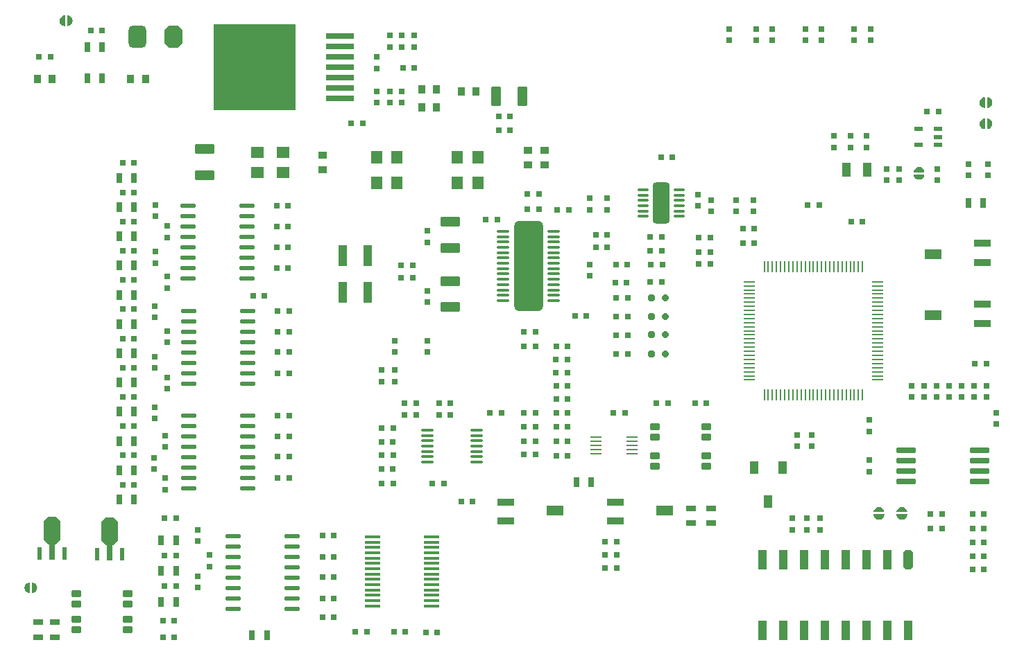
<source format=gtp>
G04*
G04 #@! TF.GenerationSoftware,Altium Limited,Altium Designer,21.6.1 (37)*
G04*
G04 Layer_Color=8421504*
%FSLAX44Y44*%
%MOMM*%
G71*
G04*
G04 #@! TF.SameCoordinates,3233E1FD-44FA-4E4D-806F-7065AC5E4394*
G04*
G04*
G04 #@! TF.FilePolarity,Positive*
G04*
G01*
G75*
%ADD20C,0.2000*%
%ADD21O,1.4500X0.2500*%
%ADD22O,0.2500X1.4500*%
G04:AMPARAMS|DCode=23|XSize=0.75mm|YSize=0.75mm|CornerRadius=0.075mm|HoleSize=0mm|Usage=FLASHONLY|Rotation=270.000|XOffset=0mm|YOffset=0mm|HoleType=Round|Shape=RoundedRectangle|*
%AMROUNDEDRECTD23*
21,1,0.7500,0.6000,0,0,270.0*
21,1,0.6000,0.7500,0,0,270.0*
1,1,0.1500,-0.3000,-0.3000*
1,1,0.1500,-0.3000,0.3000*
1,1,0.1500,0.3000,0.3000*
1,1,0.1500,0.3000,-0.3000*
%
%ADD23ROUNDEDRECTD23*%
G04:AMPARAMS|DCode=24|XSize=0.75mm|YSize=0.75mm|CornerRadius=0.075mm|HoleSize=0mm|Usage=FLASHONLY|Rotation=0.000|XOffset=0mm|YOffset=0mm|HoleType=Round|Shape=RoundedRectangle|*
%AMROUNDEDRECTD24*
21,1,0.7500,0.6000,0,0,0.0*
21,1,0.6000,0.7500,0,0,0.0*
1,1,0.1500,0.3000,-0.3000*
1,1,0.1500,-0.3000,-0.3000*
1,1,0.1500,-0.3000,0.3000*
1,1,0.1500,0.3000,0.3000*
%
%ADD24ROUNDEDRECTD24*%
%ADD25R,1.0000X2.5000*%
G04:AMPARAMS|DCode=26|XSize=1.1mm|YSize=0.8mm|CornerRadius=0.08mm|HoleSize=0mm|Usage=FLASHONLY|Rotation=270.000|XOffset=0mm|YOffset=0mm|HoleType=Round|Shape=RoundedRectangle|*
%AMROUNDEDRECTD26*
21,1,1.1000,0.6400,0,0,270.0*
21,1,0.9400,0.8000,0,0,270.0*
1,1,0.1600,-0.3200,-0.4700*
1,1,0.1600,-0.3200,0.4700*
1,1,0.1600,0.3200,0.4700*
1,1,0.1600,0.3200,-0.4700*
%
%ADD26ROUNDEDRECTD26*%
%ADD27R,0.7500X0.8000*%
%ADD28R,0.8000X1.2000*%
%ADD29R,1.1300X2.4400*%
G04:AMPARAMS|DCode=30|XSize=2.44mm|YSize=1.13mm|CornerRadius=0mm|HoleSize=0mm|Usage=FLASHONLY|Rotation=270.000|XOffset=0mm|YOffset=0mm|HoleType=Round|Shape=Octagon|*
%AMOCTAGOND30*
4,1,8,-0.2825,-1.2200,0.2825,-1.2200,0.5650,-0.9375,0.5650,0.9375,0.2825,1.2200,-0.2825,1.2200,-0.5650,0.9375,-0.5650,-0.9375,-0.2825,-1.2200,0.0*
%
%ADD30OCTAGOND30*%

%ADD31R,0.8000X0.7500*%
G04:AMPARAMS|DCode=32|XSize=1.2mm|YSize=2.3mm|CornerRadius=0.12mm|HoleSize=0mm|Usage=FLASHONLY|Rotation=270.000|XOffset=0mm|YOffset=0mm|HoleType=Round|Shape=RoundedRectangle|*
%AMROUNDEDRECTD32*
21,1,1.2000,2.0600,0,0,270.0*
21,1,0.9600,2.3000,0,0,270.0*
1,1,0.2400,-1.0300,-0.4800*
1,1,0.2400,-1.0300,0.4800*
1,1,0.2400,1.0300,0.4800*
1,1,0.2400,1.0300,-0.4800*
%
%ADD32ROUNDEDRECTD32*%
G04:AMPARAMS|DCode=33|XSize=2.159mm|YSize=2.743mm|CornerRadius=0.5397mm|HoleSize=0mm|Usage=FLASHONLY|Rotation=180.000|XOffset=0mm|YOffset=0mm|HoleType=Round|Shape=RoundedRectangle|*
%AMROUNDEDRECTD33*
21,1,2.1590,1.6635,0,0,180.0*
21,1,1.0795,2.7430,0,0,180.0*
1,1,1.0795,-0.5397,0.8317*
1,1,1.0795,0.5397,0.8317*
1,1,1.0795,0.5397,-0.8317*
1,1,1.0795,-0.5397,-0.8317*
%
%ADD33ROUNDEDRECTD33*%
G04:AMPARAMS|DCode=34|XSize=2.159mm|YSize=2.743mm|CornerRadius=0mm|HoleSize=0mm|Usage=FLASHONLY|Rotation=180.000|XOffset=0mm|YOffset=0mm|HoleType=Round|Shape=Octagon|*
%AMOCTAGOND34*
4,1,8,0.5397,-1.3715,-0.5397,-1.3715,-1.0795,-0.8317,-1.0795,0.8317,-0.5397,1.3715,0.5397,1.3715,1.0795,0.8317,1.0795,-0.8317,0.5397,-1.3715,0.0*
%
%ADD34OCTAGOND34*%

G04:AMPARAMS|DCode=35|XSize=1.1mm|YSize=0.8mm|CornerRadius=0.08mm|HoleSize=0mm|Usage=FLASHONLY|Rotation=180.000|XOffset=0mm|YOffset=0mm|HoleType=Round|Shape=RoundedRectangle|*
%AMROUNDEDRECTD35*
21,1,1.1000,0.6400,0,0,180.0*
21,1,0.9400,0.8000,0,0,180.0*
1,1,0.1600,-0.4700,0.3200*
1,1,0.1600,0.4700,0.3200*
1,1,0.1600,0.4700,-0.3200*
1,1,0.1600,-0.4700,-0.3200*
%
%ADD35ROUNDEDRECTD35*%
G04:AMPARAMS|DCode=36|XSize=0.35mm|YSize=1.3mm|CornerRadius=0.0525mm|HoleSize=0mm|Usage=FLASHONLY|Rotation=90.000|XOffset=0mm|YOffset=0mm|HoleType=Round|Shape=RoundedRectangle|*
%AMROUNDEDRECTD36*
21,1,0.3500,1.1950,0,0,90.0*
21,1,0.2450,1.3000,0,0,90.0*
1,1,0.1050,0.5975,0.1225*
1,1,0.1050,0.5975,-0.1225*
1,1,0.1050,-0.5975,-0.1225*
1,1,0.1050,-0.5975,0.1225*
%
%ADD36ROUNDEDRECTD36*%
G04:AMPARAMS|DCode=37|XSize=5mm|YSize=2mm|CornerRadius=0.3mm|HoleSize=0mm|Usage=FLASHONLY|Rotation=90.000|XOffset=0mm|YOffset=0mm|HoleType=Round|Shape=RoundedRectangle|*
%AMROUNDEDRECTD37*
21,1,5.0000,1.4000,0,0,90.0*
21,1,4.4000,2.0000,0,0,90.0*
1,1,0.6000,0.7000,2.2000*
1,1,0.6000,0.7000,-2.2000*
1,1,0.6000,-0.7000,-2.2000*
1,1,0.6000,-0.7000,2.2000*
%
%ADD37ROUNDEDRECTD37*%
%ADD38R,2.0000X0.9000*%
%ADD39R,2.0000X1.3000*%
G04:AMPARAMS|DCode=40|XSize=0.4mm|YSize=1.8mm|CornerRadius=0.06mm|HoleSize=0mm|Usage=FLASHONLY|Rotation=90.000|XOffset=0mm|YOffset=0mm|HoleType=Round|Shape=RoundedRectangle|*
%AMROUNDEDRECTD40*
21,1,0.4000,1.6800,0,0,90.0*
21,1,0.2800,1.8000,0,0,90.0*
1,1,0.1200,0.8400,0.1400*
1,1,0.1200,0.8400,-0.1400*
1,1,0.1200,-0.8400,-0.1400*
1,1,0.1200,-0.8400,0.1400*
%
%ADD40ROUNDEDRECTD40*%
G04:AMPARAMS|DCode=41|XSize=0.7mm|YSize=2.3mm|CornerRadius=0.07mm|HoleSize=0mm|Usage=FLASHONLY|Rotation=270.000|XOffset=0mm|YOffset=0mm|HoleType=Round|Shape=RoundedRectangle|*
%AMROUNDEDRECTD41*
21,1,0.7000,2.1600,0,0,270.0*
21,1,0.5600,2.3000,0,0,270.0*
1,1,0.1400,-1.0800,-0.2800*
1,1,0.1400,-1.0800,0.2800*
1,1,0.1400,1.0800,0.2800*
1,1,0.1400,1.0800,-0.2800*
%
%ADD41ROUNDEDRECTD41*%
%ADD42R,1.2000X0.8000*%
G04:AMPARAMS|DCode=43|XSize=0.25mm|YSize=1.3mm|CornerRadius=0.0375mm|HoleSize=0mm|Usage=FLASHONLY|Rotation=270.000|XOffset=0mm|YOffset=0mm|HoleType=Round|Shape=RoundedRectangle|*
%AMROUNDEDRECTD43*
21,1,0.2500,1.2250,0,0,270.0*
21,1,0.1750,1.3000,0,0,270.0*
1,1,0.0750,-0.6125,-0.0875*
1,1,0.0750,-0.6125,0.0875*
1,1,0.0750,0.6125,0.0875*
1,1,0.0750,0.6125,-0.0875*
%
%ADD43ROUNDEDRECTD43*%
G04:AMPARAMS|DCode=44|XSize=0.8mm|YSize=1.2mm|CornerRadius=0.12mm|HoleSize=0mm|Usage=FLASHONLY|Rotation=270.000|XOffset=0mm|YOffset=0mm|HoleType=Round|Shape=RoundedRectangle|*
%AMROUNDEDRECTD44*
21,1,0.8000,0.9600,0,0,270.0*
21,1,0.5600,1.2000,0,0,270.0*
1,1,0.2400,-0.4800,-0.2800*
1,1,0.2400,-0.4800,0.2800*
1,1,0.2400,0.4800,0.2800*
1,1,0.2400,0.4800,-0.2800*
%
%ADD44ROUNDEDRECTD44*%
G04:AMPARAMS|DCode=45|XSize=1mm|YSize=1.6mm|CornerRadius=0.1mm|HoleSize=0mm|Usage=FLASHONLY|Rotation=0.000|XOffset=0mm|YOffset=0mm|HoleType=Round|Shape=RoundedRectangle|*
%AMROUNDEDRECTD45*
21,1,1.0000,1.4000,0,0,0.0*
21,1,0.8000,1.6000,0,0,0.0*
1,1,0.2000,0.4000,-0.7000*
1,1,0.2000,-0.4000,-0.7000*
1,1,0.2000,-0.4000,0.7000*
1,1,0.2000,0.4000,0.7000*
%
%ADD45ROUNDEDRECTD45*%
%ADD46R,1.4000X1.5000*%
G04:AMPARAMS|DCode=47|XSize=1.2mm|YSize=2.3mm|CornerRadius=0.12mm|HoleSize=0mm|Usage=FLASHONLY|Rotation=180.000|XOffset=0mm|YOffset=0mm|HoleType=Round|Shape=RoundedRectangle|*
%AMROUNDEDRECTD47*
21,1,1.2000,2.0600,0,0,180.0*
21,1,0.9600,2.3000,0,0,180.0*
1,1,0.2400,-0.4800,1.0300*
1,1,0.2400,0.4800,1.0300*
1,1,0.2400,0.4800,-1.0300*
1,1,0.2400,-0.4800,-1.0300*
%
%ADD47ROUNDEDRECTD47*%
%ADD48R,0.6000X1.5000*%
%ADD49R,0.7000X2.0000*%
G04:AMPARAMS|DCode=50|XSize=2mm|YSize=3.4mm|CornerRadius=0mm|HoleSize=0mm|Usage=FLASHONLY|Rotation=180.000|XOffset=0mm|YOffset=0mm|HoleType=Round|Shape=Octagon|*
%AMOCTAGOND50*
4,1,8,0.5000,-1.7000,-0.5000,-1.7000,-1.0000,-1.2000,-1.0000,1.2000,-0.5000,1.7000,0.5000,1.7000,1.0000,1.2000,1.0000,-1.2000,0.5000,-1.7000,0.0*
%
%ADD50OCTAGOND50*%

%ADD51R,1.0000X1.8000*%
G04:AMPARAMS|DCode=52|XSize=0.55mm|YSize=1.1mm|CornerRadius=0.055mm|HoleSize=0mm|Usage=FLASHONLY|Rotation=90.000|XOffset=0mm|YOffset=0mm|HoleType=Round|Shape=RoundedRectangle|*
%AMROUNDEDRECTD52*
21,1,0.5500,0.9900,0,0,90.0*
21,1,0.4400,1.1000,0,0,90.0*
1,1,0.1100,0.4950,0.2200*
1,1,0.1100,0.4950,-0.2200*
1,1,0.1100,-0.4950,-0.2200*
1,1,0.1100,-0.4950,0.2200*
%
%ADD52ROUNDEDRECTD52*%
G04:AMPARAMS|DCode=53|XSize=0.3mm|YSize=1.5mm|CornerRadius=0.045mm|HoleSize=0mm|Usage=FLASHONLY|Rotation=90.000|XOffset=0mm|YOffset=0mm|HoleType=Round|Shape=RoundedRectangle|*
%AMROUNDEDRECTD53*
21,1,0.3000,1.4100,0,0,90.0*
21,1,0.2100,1.5000,0,0,90.0*
1,1,0.0900,0.7050,0.1050*
1,1,0.0900,0.7050,-0.1050*
1,1,0.0900,-0.7050,-0.1050*
1,1,0.0900,-0.7050,0.1050*
%
%ADD53ROUNDEDRECTD53*%
%ADD54P,0.8659X8X202.5*%
G04:AMPARAMS|DCode=55|XSize=0.8mm|YSize=0.8mm|CornerRadius=0.2mm|HoleSize=0mm|Usage=FLASHONLY|Rotation=180.000|XOffset=0mm|YOffset=0mm|HoleType=Round|Shape=RoundedRectangle|*
%AMROUNDEDRECTD55*
21,1,0.8000,0.4000,0,0,180.0*
21,1,0.4000,0.8000,0,0,180.0*
1,1,0.4000,-0.2000,0.2000*
1,1,0.4000,0.2000,0.2000*
1,1,0.4000,0.2000,-0.2000*
1,1,0.4000,-0.2000,-0.2000*
%
%ADD55ROUNDEDRECTD55*%
G04:AMPARAMS|DCode=56|XSize=11mm|YSize=3.5mm|CornerRadius=0.525mm|HoleSize=0mm|Usage=FLASHONLY|Rotation=270.000|XOffset=0mm|YOffset=0mm|HoleType=Round|Shape=RoundedRectangle|*
%AMROUNDEDRECTD56*
21,1,11.0000,2.4500,0,0,270.0*
21,1,9.9500,3.5000,0,0,270.0*
1,1,1.0500,-1.2250,-4.9750*
1,1,1.0500,-1.2250,4.9750*
1,1,1.0500,1.2250,4.9750*
1,1,1.0500,1.2250,-4.9750*
%
%ADD56ROUNDEDRECTD56*%
%ADD57R,3.5000X0.8000*%
%ADD58R,10.0000X10.5500*%
%ADD59R,1.5000X1.4000*%
G04:AMPARAMS|DCode=60|XSize=0.5mm|YSize=1.8mm|CornerRadius=0.075mm|HoleSize=0mm|Usage=FLASHONLY|Rotation=90.000|XOffset=0mm|YOffset=0mm|HoleType=Round|Shape=RoundedRectangle|*
%AMROUNDEDRECTD60*
21,1,0.5000,1.6500,0,0,90.0*
21,1,0.3500,1.8000,0,0,90.0*
1,1,0.1500,0.8250,0.1750*
1,1,0.1500,0.8250,-0.1750*
1,1,0.1500,-0.8250,-0.1750*
1,1,0.1500,-0.8250,0.1750*
%
%ADD60ROUNDEDRECTD60*%
G36*
X142730Y788334D02*
X142730Y775500D01*
X142489Y775499D01*
X142008Y775535D01*
X141531Y775608D01*
X141061Y775718D01*
X140831Y775791D01*
X140831Y775790D01*
X139675Y776140D01*
X137773Y777629D01*
X136537Y779705D01*
X136136Y782087D01*
X136380Y783270D01*
Y783270D01*
X136562Y784381D01*
X137699Y786323D01*
X139459Y787727D01*
X141606Y788404D01*
X142730Y788334D01*
D02*
G37*
G36*
X148540Y787727D02*
X150300Y786323D01*
X151438Y784381D01*
X151620Y783270D01*
X151620Y783270D01*
X151864Y782087D01*
X151463Y779705D01*
X150227Y777629D01*
X148325Y776141D01*
X147169Y775791D01*
X147169Y775791D01*
X146939Y775718D01*
X146469Y775608D01*
X145992Y775535D01*
X145511Y775499D01*
X145270Y775500D01*
X145270Y788334D01*
X146394Y788404D01*
X148540Y787727D01*
D02*
G37*
G36*
X1271080Y687727D02*
X1272840Y686323D01*
X1273978Y684381D01*
X1274160Y683270D01*
X1274160Y683270D01*
X1274404Y682087D01*
X1274003Y679705D01*
X1272767Y677629D01*
X1270865Y676141D01*
X1269709Y675791D01*
X1269709Y675791D01*
X1269479Y675718D01*
X1269009Y675608D01*
X1268532Y675535D01*
X1268051Y675499D01*
X1267810Y675500D01*
X1267810Y688334D01*
X1267810D01*
X1267810Y688334D01*
Y688334D01*
X1268934Y688404D01*
X1271080Y687727D01*
D02*
G37*
G36*
X1265269Y688334D02*
X1265269Y688334D01*
X1265270Y675500D01*
X1265029Y675499D01*
X1264548Y675535D01*
X1264071Y675608D01*
X1263601Y675718D01*
X1263371Y675791D01*
X1263371Y675790D01*
X1262215Y676140D01*
X1260313Y677629D01*
X1259077Y679705D01*
X1258676Y682087D01*
X1258920Y683270D01*
Y683270D01*
X1259102Y684381D01*
X1260240Y686323D01*
X1261999Y687727D01*
X1264146Y688404D01*
X1265269Y688334D01*
D02*
G37*
G36*
X1271080Y661727D02*
X1272840Y660323D01*
X1273978Y658381D01*
X1274160Y657270D01*
X1274160Y657270D01*
X1274404Y656087D01*
X1274003Y653705D01*
X1272767Y651629D01*
X1270865Y650141D01*
X1269709Y649791D01*
X1269709Y649791D01*
X1269479Y649718D01*
X1269009Y649608D01*
X1268532Y649535D01*
X1268051Y649499D01*
X1267810Y649500D01*
X1267810Y662334D01*
X1267810D01*
X1267810Y662334D01*
Y662334D01*
X1268934Y662404D01*
X1271080Y661727D01*
D02*
G37*
G36*
X1265269Y662334D02*
X1265270Y662334D01*
X1265270Y649500D01*
X1265029Y649499D01*
X1264548Y649535D01*
X1264071Y649608D01*
X1263601Y649718D01*
X1263371Y649791D01*
X1263371Y649790D01*
X1262215Y650140D01*
X1260313Y651629D01*
X1259077Y653705D01*
X1258676Y656087D01*
X1258920Y657270D01*
Y657270D01*
X1259102Y658381D01*
X1260240Y660323D01*
X1262000Y661727D01*
X1264146Y662404D01*
X1265269Y662334D01*
D02*
G37*
G36*
X1187295Y603003D02*
X1189371Y601767D01*
X1190859Y599865D01*
X1191209Y598709D01*
X1191209Y598709D01*
X1191282Y598479D01*
X1191392Y598009D01*
X1191465Y597532D01*
X1191501Y597051D01*
X1191500Y596810D01*
X1178666Y596810D01*
Y596810D01*
X1178596Y597934D01*
X1179273Y600080D01*
X1180677Y601840D01*
X1182619Y602978D01*
X1183730Y603160D01*
X1183730Y603160D01*
X1184913Y603404D01*
X1187295Y603003D01*
D02*
G37*
G36*
X1191501Y594029D02*
X1191465Y593548D01*
X1191392Y593071D01*
X1191282Y592601D01*
X1191209Y592371D01*
X1191210Y592371D01*
X1190860Y591215D01*
X1189371Y589313D01*
X1187295Y588077D01*
X1184913Y587676D01*
X1183730Y587920D01*
X1183730D01*
X1182619Y588102D01*
X1180677Y589240D01*
X1179273Y590999D01*
X1178596Y593146D01*
X1178666Y594269D01*
Y594269D01*
X1191500Y594270D01*
X1191501Y594029D01*
D02*
G37*
G36*
X1166295Y187463D02*
X1168371Y186227D01*
X1169859Y184325D01*
X1170209Y183169D01*
X1170209Y183169D01*
X1170282Y182939D01*
X1170392Y182469D01*
X1170465Y181992D01*
X1170501Y181511D01*
X1170500Y181270D01*
X1157666Y181270D01*
Y181270D01*
X1157596Y182394D01*
X1158273Y184540D01*
X1159677Y186300D01*
X1161619Y187438D01*
X1162730Y187620D01*
X1162730Y187620D01*
X1163913Y187864D01*
X1166295Y187463D01*
D02*
G37*
G36*
X1138295D02*
X1140371Y186227D01*
X1141859Y184325D01*
X1142209Y183169D01*
X1142209Y183169D01*
X1142282Y182939D01*
X1142392Y182469D01*
X1142465Y181992D01*
X1142501Y181511D01*
X1142500Y181270D01*
X1129666Y181270D01*
Y181270D01*
X1129596Y182394D01*
X1130273Y184540D01*
X1131677Y186300D01*
X1133619Y187438D01*
X1134730Y187620D01*
X1134730Y187620D01*
X1135913Y187864D01*
X1138295Y187463D01*
D02*
G37*
G36*
X1170501Y178489D02*
X1170465Y178008D01*
X1170392Y177531D01*
X1170282Y177061D01*
X1170209Y176831D01*
X1170210Y176831D01*
X1169860Y175675D01*
X1168371Y173773D01*
X1166295Y172537D01*
X1163913Y172136D01*
X1162730Y172380D01*
X1162730D01*
X1161619Y172562D01*
X1159677Y173700D01*
X1158273Y175459D01*
X1157596Y177606D01*
X1157666Y178729D01*
Y178729D01*
X1170500Y178730D01*
X1170501Y178489D01*
D02*
G37*
G36*
X1142501D02*
X1142465Y178008D01*
X1142392Y177531D01*
X1142282Y177061D01*
X1142209Y176831D01*
X1142210Y176831D01*
X1141860Y175675D01*
X1140371Y173773D01*
X1138295Y172537D01*
X1135913Y172136D01*
X1134730Y172380D01*
X1134730D01*
X1133619Y172562D01*
X1131677Y173700D01*
X1130273Y175459D01*
X1129596Y177606D01*
X1129666Y178729D01*
Y178729D01*
X1142500Y178730D01*
X1142501Y178489D01*
D02*
G37*
G36*
X99729Y95334D02*
X99730Y82500D01*
X99489Y82499D01*
X99008Y82535D01*
X98531Y82608D01*
X98061Y82718D01*
X97831Y82791D01*
X97831Y82790D01*
X96675Y83140D01*
X94773Y84629D01*
X93537Y86705D01*
X93136Y89087D01*
X93380Y90270D01*
Y90270D01*
X93562Y91381D01*
X94700Y93323D01*
X96459Y94727D01*
X98606Y95404D01*
X99729Y95334D01*
D02*
G37*
G36*
X105541Y94727D02*
X107300Y93323D01*
X108438Y91381D01*
X108620Y90270D01*
X108620Y90270D01*
X108864Y89087D01*
X108463Y86705D01*
X107227Y84629D01*
X105325Y83141D01*
X104169Y82791D01*
X104169Y82791D01*
X103939Y82718D01*
X103469Y82608D01*
X102992Y82535D01*
X102511Y82499D01*
X102270Y82500D01*
X102270Y95334D01*
X103394Y95404D01*
X105541Y94727D01*
D02*
G37*
D20*
X148460Y782000D02*
D03*
X139540D02*
D03*
X105460Y89000D02*
D03*
X96540D02*
D03*
X1185000Y591080D02*
D03*
Y600000D02*
D03*
X1164000Y184460D02*
D03*
Y175540D02*
D03*
X1136000Y184460D02*
D03*
Y175540D02*
D03*
X1271000Y682000D02*
D03*
X1262080D02*
D03*
X1262080Y656000D02*
D03*
X1271000D02*
D03*
D21*
X1134000Y463000D02*
D03*
Y458000D02*
D03*
Y453000D02*
D03*
Y448000D02*
D03*
Y443000D02*
D03*
Y438000D02*
D03*
Y433000D02*
D03*
Y428000D02*
D03*
Y423000D02*
D03*
Y418000D02*
D03*
Y413000D02*
D03*
Y408000D02*
D03*
Y403000D02*
D03*
Y398000D02*
D03*
Y393000D02*
D03*
Y388000D02*
D03*
Y383000D02*
D03*
Y378000D02*
D03*
Y373000D02*
D03*
Y368000D02*
D03*
Y363000D02*
D03*
Y358000D02*
D03*
Y353000D02*
D03*
Y348000D02*
D03*
Y343000D02*
D03*
X978000D02*
D03*
Y348000D02*
D03*
Y353000D02*
D03*
Y358000D02*
D03*
Y363000D02*
D03*
Y368000D02*
D03*
Y373000D02*
D03*
Y378000D02*
D03*
Y383000D02*
D03*
Y388000D02*
D03*
Y393000D02*
D03*
Y398000D02*
D03*
Y403000D02*
D03*
Y408000D02*
D03*
Y413000D02*
D03*
Y418000D02*
D03*
Y423000D02*
D03*
Y428000D02*
D03*
Y433000D02*
D03*
Y438000D02*
D03*
Y443000D02*
D03*
Y448000D02*
D03*
Y453000D02*
D03*
Y458000D02*
D03*
Y463000D02*
D03*
D22*
X1116000Y325000D02*
D03*
X1111000D02*
D03*
X1106000D02*
D03*
X1101000D02*
D03*
X1096000D02*
D03*
X1091000D02*
D03*
X1086000D02*
D03*
X1081000D02*
D03*
X1076000D02*
D03*
X1071000D02*
D03*
X1066000D02*
D03*
X1061000D02*
D03*
X1056000D02*
D03*
X1051000D02*
D03*
X1046000D02*
D03*
X1041000D02*
D03*
X1036000D02*
D03*
X1031000D02*
D03*
X1026000D02*
D03*
X1021000D02*
D03*
X1016000D02*
D03*
X1011000D02*
D03*
X1006000D02*
D03*
X1001000D02*
D03*
X996000D02*
D03*
Y481000D02*
D03*
X1001000D02*
D03*
X1006000D02*
D03*
X1011000D02*
D03*
X1016000D02*
D03*
X1021000D02*
D03*
X1026000D02*
D03*
X1031000D02*
D03*
X1036000D02*
D03*
X1041000D02*
D03*
X1046000D02*
D03*
X1051000D02*
D03*
X1056000D02*
D03*
X1061000D02*
D03*
X1066000D02*
D03*
X1071000D02*
D03*
X1076000D02*
D03*
X1081000D02*
D03*
X1086000D02*
D03*
X1091000D02*
D03*
X1096000D02*
D03*
X1101000D02*
D03*
X1106000D02*
D03*
X1111000D02*
D03*
X1116000D02*
D03*
D23*
X1269000Y593000D02*
D03*
Y607000D02*
D03*
X1245000Y593000D02*
D03*
Y607000D02*
D03*
X1054000Y276000D02*
D03*
Y262000D02*
D03*
X1279000Y289000D02*
D03*
Y303000D02*
D03*
X584900Y377000D02*
D03*
Y391000D02*
D03*
Y511000D02*
D03*
Y525000D02*
D03*
X569000Y750000D02*
D03*
Y764000D02*
D03*
X553750Y750000D02*
D03*
Y764000D02*
D03*
X522750Y723600D02*
D03*
Y737600D02*
D03*
X1145000Y601000D02*
D03*
Y587000D02*
D03*
X1161000Y601000D02*
D03*
Y587000D02*
D03*
X1036000Y262000D02*
D03*
Y276000D02*
D03*
X915000Y569500D02*
D03*
Y555500D02*
D03*
X1081000Y627000D02*
D03*
Y641000D02*
D03*
X1121000D02*
D03*
Y627000D02*
D03*
X1101000Y641000D02*
D03*
Y627000D02*
D03*
X528950Y341000D02*
D03*
Y355000D02*
D03*
X584900Y438000D02*
D03*
Y452000D02*
D03*
D24*
X984000Y528000D02*
D03*
X970000D02*
D03*
X543000Y284000D02*
D03*
X529000D02*
D03*
X543000Y251000D02*
D03*
X529000D02*
D03*
Y216750D02*
D03*
X543000D02*
D03*
X111000Y738000D02*
D03*
X125000D02*
D03*
X870950Y518000D02*
D03*
X856950D02*
D03*
X567000Y468000D02*
D03*
X553000D02*
D03*
X856950Y463000D02*
D03*
X870950D02*
D03*
X597000Y34750D02*
D03*
X583000D02*
D03*
X1194516Y671000D02*
D03*
X1208516D02*
D03*
X670000Y539000D02*
D03*
X656000D02*
D03*
X471000Y53000D02*
D03*
X457000D02*
D03*
X826000Y303000D02*
D03*
X812000D02*
D03*
X553000Y483000D02*
D03*
X567000D02*
D03*
X372000Y446000D02*
D03*
X386000D02*
D03*
X930000Y484500D02*
D03*
X916000D02*
D03*
X672000Y665000D02*
D03*
X686000D02*
D03*
X829000Y484000D02*
D03*
X815000D02*
D03*
X613000Y314750D02*
D03*
X599000D02*
D03*
X742000Y303000D02*
D03*
X756000D02*
D03*
X970000Y510000D02*
D03*
X984000D02*
D03*
X227000Y215000D02*
D03*
X213000D02*
D03*
X264000Y91000D02*
D03*
X278000D02*
D03*
X264000Y128500D02*
D03*
X278000D02*
D03*
X213000Y250727D02*
D03*
X227000D02*
D03*
X213000Y286455D02*
D03*
X227000D02*
D03*
X213000Y322182D02*
D03*
X227000D02*
D03*
X264000Y174000D02*
D03*
X278000D02*
D03*
X213000Y465091D02*
D03*
X227000D02*
D03*
X213000Y536545D02*
D03*
X227000D02*
D03*
X213000Y572273D02*
D03*
X227000D02*
D03*
X213000Y429364D02*
D03*
X227000D02*
D03*
X213000Y500818D02*
D03*
X227000D02*
D03*
X213000Y393636D02*
D03*
X227000D02*
D03*
X213000Y608000D02*
D03*
X227000D02*
D03*
X213000Y357909D02*
D03*
X227000D02*
D03*
X870000Y615000D02*
D03*
X884000D02*
D03*
X930000Y499000D02*
D03*
X916000D02*
D03*
X675525Y303000D02*
D03*
X661525D02*
D03*
X703000D02*
D03*
X717000D02*
D03*
Y252000D02*
D03*
X703000D02*
D03*
X816050Y129000D02*
D03*
X802050D02*
D03*
X717000Y383750D02*
D03*
X703000D02*
D03*
X757400Y551000D02*
D03*
X743400D02*
D03*
X804400Y505000D02*
D03*
X790400D02*
D03*
Y520000D02*
D03*
X804400D02*
D03*
X717000Y402000D02*
D03*
X703000D02*
D03*
X742000Y268000D02*
D03*
X756000D02*
D03*
D25*
X512000Y495000D02*
D03*
X482000D02*
D03*
X512000Y450000D02*
D03*
X482000D02*
D03*
D26*
X644000Y696000D02*
D03*
X626000D02*
D03*
X596000Y697900D02*
D03*
X578000D02*
D03*
X596000Y675750D02*
D03*
X578000D02*
D03*
X127000Y711000D02*
D03*
X109000D02*
D03*
X240750D02*
D03*
X222750D02*
D03*
D27*
X542950Y267437D02*
D03*
X528950D02*
D03*
X542950Y234000D02*
D03*
X528950D02*
D03*
X672000Y648000D02*
D03*
X686000D02*
D03*
X497000Y35000D02*
D03*
X511000D02*
D03*
X558000D02*
D03*
X544000D02*
D03*
X1253000Y363000D02*
D03*
X1267000D02*
D03*
X613000Y300000D02*
D03*
X599000D02*
D03*
X571000Y315000D02*
D03*
X557000D02*
D03*
X1250000Y179000D02*
D03*
X1264000D02*
D03*
X864300Y315000D02*
D03*
X878300D02*
D03*
X911501D02*
D03*
X925501D02*
D03*
X555050Y724000D02*
D03*
X569050D02*
D03*
X506000Y657000D02*
D03*
X492000D02*
D03*
X276000Y28651D02*
D03*
X262000D02*
D03*
X276000Y49000D02*
D03*
X262000D02*
D03*
X415000Y556150D02*
D03*
X401000D02*
D03*
X415000Y530750D02*
D03*
X401000D02*
D03*
X415000Y505350D02*
D03*
X401000D02*
D03*
X414950Y479650D02*
D03*
X400950D02*
D03*
X416000Y427450D02*
D03*
X402000D02*
D03*
X416000Y402000D02*
D03*
X402000D02*
D03*
X416000Y377000D02*
D03*
X402000D02*
D03*
X416000Y351000D02*
D03*
X402000D02*
D03*
X756000Y286000D02*
D03*
X742000D02*
D03*
X930050Y517000D02*
D03*
X916050D02*
D03*
X857000Y501000D02*
D03*
X871000D02*
D03*
X857700Y484250D02*
D03*
X871700D02*
D03*
X1102000Y536000D02*
D03*
X1116000D02*
D03*
X1049000Y557000D02*
D03*
X1063000D02*
D03*
X756000Y384000D02*
D03*
X742000D02*
D03*
X557000Y300000D02*
D03*
X571000D02*
D03*
X717000Y286000D02*
D03*
X703000D02*
D03*
Y268250D02*
D03*
X717000D02*
D03*
X605000Y216000D02*
D03*
X591000D02*
D03*
X640000Y194000D02*
D03*
X626000D02*
D03*
X802000Y145000D02*
D03*
X816000D02*
D03*
X742000Y250000D02*
D03*
X756000D02*
D03*
X1264000Y111000D02*
D03*
X1250000D02*
D03*
X1264000Y127778D02*
D03*
X1250000D02*
D03*
X1264000Y144556D02*
D03*
X1250000D02*
D03*
X1213000Y161333D02*
D03*
X1199000D02*
D03*
X1213000Y179000D02*
D03*
X1199000D02*
D03*
X1250000Y161333D02*
D03*
X1264000D02*
D03*
X829500Y443000D02*
D03*
X815500D02*
D03*
X829500Y420333D02*
D03*
X815500D02*
D03*
X829500Y397667D02*
D03*
X815500D02*
D03*
X829500Y375000D02*
D03*
X815500D02*
D03*
X707000Y570000D02*
D03*
X721000D02*
D03*
X707000Y552000D02*
D03*
X721000D02*
D03*
X828200Y462000D02*
D03*
X814200D02*
D03*
X765000Y421000D02*
D03*
X779000D02*
D03*
X756000Y336000D02*
D03*
X742000D02*
D03*
Y320000D02*
D03*
X756000D02*
D03*
X755900Y352000D02*
D03*
X741900D02*
D03*
Y368000D02*
D03*
X755900D02*
D03*
X802000Y113000D02*
D03*
X816000D02*
D03*
X457000Y152450D02*
D03*
X471000D02*
D03*
X457000Y127000D02*
D03*
X471000D02*
D03*
X457000Y101650D02*
D03*
X471000D02*
D03*
X457000Y76000D02*
D03*
X471000D02*
D03*
X402000Y299400D02*
D03*
X416000D02*
D03*
X402000Y274000D02*
D03*
X416000D02*
D03*
X402000Y249000D02*
D03*
X416000D02*
D03*
X402000Y223000D02*
D03*
X416000D02*
D03*
X174000Y770000D02*
D03*
X188000D02*
D03*
D28*
X785000Y218000D02*
D03*
X767000D02*
D03*
X188000Y750000D02*
D03*
X170000D02*
D03*
X278000Y147250D02*
D03*
X260000D02*
D03*
X227000Y268440D02*
D03*
X209000D02*
D03*
X227000Y304160D02*
D03*
X209000D02*
D03*
Y339880D02*
D03*
X227000D02*
D03*
X209000Y375600D02*
D03*
X227000D02*
D03*
X209000Y411320D02*
D03*
X227000D02*
D03*
X209000Y447040D02*
D03*
X227000D02*
D03*
X209000Y482760D02*
D03*
X227000D02*
D03*
X209000Y518480D02*
D03*
X227000D02*
D03*
X209000Y554200D02*
D03*
X227000D02*
D03*
X209000Y589920D02*
D03*
X227000D02*
D03*
X170000Y711500D02*
D03*
X188000D02*
D03*
X209000Y232720D02*
D03*
X227000D02*
D03*
X209000Y197000D02*
D03*
X227000D02*
D03*
X260000Y109625D02*
D03*
X278000D02*
D03*
X260000Y72000D02*
D03*
X278000D02*
D03*
X389000Y30901D02*
D03*
X371000D02*
D03*
X1245000Y559000D02*
D03*
X1263000D02*
D03*
D29*
X994000Y37000D02*
D03*
X1019400D02*
D03*
X1044800D02*
D03*
X1070200D02*
D03*
X1095600D02*
D03*
X1121000D02*
D03*
X1146400D02*
D03*
X1171800D02*
D03*
X994000Y123000D02*
D03*
X1019400D02*
D03*
X1044800D02*
D03*
X1070200D02*
D03*
X1095600D02*
D03*
X1121000D02*
D03*
X1146400D02*
D03*
D30*
X1171800D02*
D03*
D31*
X1191167Y322000D02*
D03*
Y336000D02*
D03*
X1206333Y322000D02*
D03*
Y336000D02*
D03*
X1221500D02*
D03*
Y322000D02*
D03*
X1251833Y336000D02*
D03*
Y322000D02*
D03*
X1236667Y336000D02*
D03*
Y322000D02*
D03*
X1124000Y294000D02*
D03*
Y280000D02*
D03*
X804150Y551000D02*
D03*
Y565000D02*
D03*
X783000D02*
D03*
Y551000D02*
D03*
X1124000Y231000D02*
D03*
Y245000D02*
D03*
X1267000Y322000D02*
D03*
Y336000D02*
D03*
X1176000Y322000D02*
D03*
Y336000D02*
D03*
X1048000Y174000D02*
D03*
Y160000D02*
D03*
X539000Y750000D02*
D03*
Y764000D02*
D03*
X1207000Y587050D02*
D03*
Y601050D02*
D03*
X523000Y682000D02*
D03*
Y696000D02*
D03*
X1064000Y174000D02*
D03*
Y160000D02*
D03*
X251000Y248000D02*
D03*
Y234000D02*
D03*
X267000Y403000D02*
D03*
Y389000D02*
D03*
X252000Y433400D02*
D03*
Y419400D02*
D03*
X267000Y469400D02*
D03*
Y455400D02*
D03*
X253000Y557000D02*
D03*
Y543000D02*
D03*
Y500000D02*
D03*
Y486000D02*
D03*
X265002Y275000D02*
D03*
Y261000D02*
D03*
X252000Y309800D02*
D03*
Y295800D02*
D03*
X267000Y346200D02*
D03*
Y332200D02*
D03*
X252000Y371600D02*
D03*
Y357600D02*
D03*
X267000Y531000D02*
D03*
Y517000D02*
D03*
X1126000Y771995D02*
D03*
Y757995D02*
D03*
X1106000Y771995D02*
D03*
Y757995D02*
D03*
X1066000Y772000D02*
D03*
Y758000D02*
D03*
X1046000Y771995D02*
D03*
Y757995D02*
D03*
X1006000Y772000D02*
D03*
Y758000D02*
D03*
X986000Y772000D02*
D03*
Y758000D02*
D03*
X953000Y771995D02*
D03*
Y757995D02*
D03*
X931000Y563000D02*
D03*
Y549000D02*
D03*
X983000D02*
D03*
Y563000D02*
D03*
X962000Y549000D02*
D03*
Y563000D02*
D03*
X545000Y391091D02*
D03*
Y377091D02*
D03*
Y355091D02*
D03*
Y341091D02*
D03*
X1030000Y160000D02*
D03*
Y174000D02*
D03*
X783000Y470000D02*
D03*
Y484000D02*
D03*
X265002Y209000D02*
D03*
Y223000D02*
D03*
X305000Y146000D02*
D03*
Y160000D02*
D03*
X319000Y115000D02*
D03*
Y129000D02*
D03*
X305000Y89000D02*
D03*
Y103000D02*
D03*
X539000Y682000D02*
D03*
Y696000D02*
D03*
X554000Y682000D02*
D03*
Y696000D02*
D03*
D32*
X313000Y625000D02*
D03*
Y593000D02*
D03*
X613000Y536000D02*
D03*
Y504000D02*
D03*
X612750Y432000D02*
D03*
Y464000D02*
D03*
D33*
X230900Y762500D02*
D03*
D34*
X275100D02*
D03*
D35*
X457000Y618000D02*
D03*
Y600000D02*
D03*
X708000Y624000D02*
D03*
Y606000D02*
D03*
X728000Y624000D02*
D03*
Y606000D02*
D03*
D36*
X892000Y562500D02*
D03*
Y569000D02*
D03*
Y575500D02*
D03*
Y556000D02*
D03*
X848000D02*
D03*
Y562500D02*
D03*
Y569000D02*
D03*
Y575500D02*
D03*
Y549500D02*
D03*
Y543000D02*
D03*
X892000D02*
D03*
Y549500D02*
D03*
D37*
X870000Y559250D02*
D03*
D38*
X1262000Y486250D02*
D03*
Y509750D02*
D03*
Y412250D02*
D03*
Y435750D02*
D03*
X681000Y193750D02*
D03*
Y170250D02*
D03*
X814588Y193750D02*
D03*
Y170250D02*
D03*
D39*
X1202000Y496250D02*
D03*
Y422250D02*
D03*
X741000Y183750D02*
D03*
X874588D02*
D03*
D40*
X518000Y151250D02*
D03*
Y144750D02*
D03*
Y138250D02*
D03*
Y131750D02*
D03*
Y125250D02*
D03*
Y118750D02*
D03*
Y112250D02*
D03*
Y105750D02*
D03*
Y99250D02*
D03*
Y92750D02*
D03*
Y86250D02*
D03*
Y79750D02*
D03*
Y73250D02*
D03*
Y66750D02*
D03*
X590000Y151250D02*
D03*
Y144750D02*
D03*
Y138250D02*
D03*
Y131750D02*
D03*
Y125250D02*
D03*
Y118750D02*
D03*
Y112250D02*
D03*
Y105750D02*
D03*
Y99250D02*
D03*
Y92750D02*
D03*
Y86250D02*
D03*
Y79750D02*
D03*
Y73250D02*
D03*
Y66750D02*
D03*
D41*
X1259000Y257200D02*
D03*
Y231800D02*
D03*
Y244500D02*
D03*
Y219100D02*
D03*
X1169000D02*
D03*
Y244500D02*
D03*
Y231800D02*
D03*
Y257200D02*
D03*
D42*
X907000Y186000D02*
D03*
Y168000D02*
D03*
X931000Y186000D02*
D03*
Y168000D02*
D03*
X110000Y28651D02*
D03*
Y46651D02*
D03*
X130000Y28651D02*
D03*
Y46651D02*
D03*
D43*
X835000Y253000D02*
D03*
Y258000D02*
D03*
Y263000D02*
D03*
Y268000D02*
D03*
Y273000D02*
D03*
X791000Y253000D02*
D03*
Y258000D02*
D03*
Y263000D02*
D03*
Y268000D02*
D03*
Y273000D02*
D03*
D44*
X925501Y250349D02*
D03*
Y237649D02*
D03*
X862501D02*
D03*
Y250349D02*
D03*
X925501Y286000D02*
D03*
Y273300D02*
D03*
X862501D02*
D03*
Y286000D02*
D03*
X156499Y68651D02*
D03*
Y81351D02*
D03*
X219499D02*
D03*
Y68651D02*
D03*
X156499Y37651D02*
D03*
Y50351D02*
D03*
X219499D02*
D03*
Y37651D02*
D03*
D45*
X1001000Y194000D02*
D03*
X1018500Y236000D02*
D03*
X983500D02*
D03*
D46*
X621600Y615000D02*
D03*
X646600D02*
D03*
Y584000D02*
D03*
X621600D02*
D03*
X547750D02*
D03*
X522750D02*
D03*
Y615000D02*
D03*
X547750D02*
D03*
D47*
X701000Y690000D02*
D03*
X669000D02*
D03*
D48*
X112000Y131000D02*
D03*
X142000D02*
D03*
X182000Y130000D02*
D03*
X212000D02*
D03*
D49*
X127000Y133500D02*
D03*
X197000Y132500D02*
D03*
D50*
X127000Y159000D02*
D03*
X197000Y158000D02*
D03*
D51*
X1121500Y600000D02*
D03*
X1096500D02*
D03*
D52*
X1184000Y630500D02*
D03*
Y649500D02*
D03*
X1208000D02*
D03*
Y640000D02*
D03*
Y630500D02*
D03*
D53*
X645000Y242500D02*
D03*
Y249000D02*
D03*
Y255500D02*
D03*
Y262000D02*
D03*
Y268500D02*
D03*
Y275000D02*
D03*
Y281500D02*
D03*
X585000Y242500D02*
D03*
Y249000D02*
D03*
Y255500D02*
D03*
Y262000D02*
D03*
Y268500D02*
D03*
Y275000D02*
D03*
Y281500D02*
D03*
X739400Y440000D02*
D03*
Y446500D02*
D03*
Y453000D02*
D03*
Y459500D02*
D03*
Y466000D02*
D03*
Y472500D02*
D03*
Y479000D02*
D03*
Y485500D02*
D03*
Y492000D02*
D03*
Y498500D02*
D03*
Y505000D02*
D03*
Y511500D02*
D03*
Y518000D02*
D03*
Y524500D02*
D03*
X677400Y440000D02*
D03*
Y446500D02*
D03*
Y453000D02*
D03*
Y459500D02*
D03*
Y466000D02*
D03*
Y472500D02*
D03*
Y479000D02*
D03*
Y485500D02*
D03*
Y492000D02*
D03*
Y498500D02*
D03*
Y505000D02*
D03*
Y511500D02*
D03*
Y518000D02*
D03*
Y524500D02*
D03*
D54*
X875000Y443000D02*
D03*
Y375000D02*
D03*
Y398000D02*
D03*
Y420333D02*
D03*
D55*
X858000Y443000D02*
D03*
Y375000D02*
D03*
Y398000D02*
D03*
Y420333D02*
D03*
D56*
X708400Y482250D02*
D03*
D57*
X478000Y686800D02*
D03*
Y699500D02*
D03*
Y712200D02*
D03*
Y724900D02*
D03*
Y737600D02*
D03*
Y750300D02*
D03*
Y763000D02*
D03*
D58*
X374000Y724900D02*
D03*
D59*
X377500Y621500D02*
D03*
Y596500D02*
D03*
X408500D02*
D03*
Y621500D02*
D03*
D60*
X366000Y338550D02*
D03*
X294000D02*
D03*
X366000Y351250D02*
D03*
X294000D02*
D03*
X366000Y363950D02*
D03*
X294000D02*
D03*
X366000Y376650D02*
D03*
X294000D02*
D03*
X366000Y389350D02*
D03*
X294000D02*
D03*
X366000Y402050D02*
D03*
X294000D02*
D03*
Y414750D02*
D03*
X366000D02*
D03*
X294000Y427450D02*
D03*
X366000D02*
D03*
Y210500D02*
D03*
X294000D02*
D03*
X366000Y223200D02*
D03*
X294000D02*
D03*
X366000Y235900D02*
D03*
X294000D02*
D03*
X366000Y248600D02*
D03*
X294000D02*
D03*
X366000Y261300D02*
D03*
X294000D02*
D03*
X366000Y274000D02*
D03*
X294000D02*
D03*
Y286700D02*
D03*
X366000D02*
D03*
X294000Y299400D02*
D03*
X366000D02*
D03*
X365000Y467250D02*
D03*
X293000D02*
D03*
X365000Y479950D02*
D03*
X293000D02*
D03*
X365000Y492650D02*
D03*
X293000D02*
D03*
X365000Y505350D02*
D03*
X293000D02*
D03*
X365000Y518050D02*
D03*
X293000D02*
D03*
X365000Y530750D02*
D03*
X293000D02*
D03*
Y543450D02*
D03*
X365000D02*
D03*
X293000Y556150D02*
D03*
X365000D02*
D03*
X420000Y63350D02*
D03*
X348000D02*
D03*
X420000Y76050D02*
D03*
X348000D02*
D03*
X420000Y88750D02*
D03*
X348000D02*
D03*
X420000Y101450D02*
D03*
X348000D02*
D03*
X420000Y114150D02*
D03*
X348000D02*
D03*
X420000Y126850D02*
D03*
X348000D02*
D03*
Y139550D02*
D03*
X420000D02*
D03*
X348000Y152250D02*
D03*
X420000D02*
D03*
M02*

</source>
